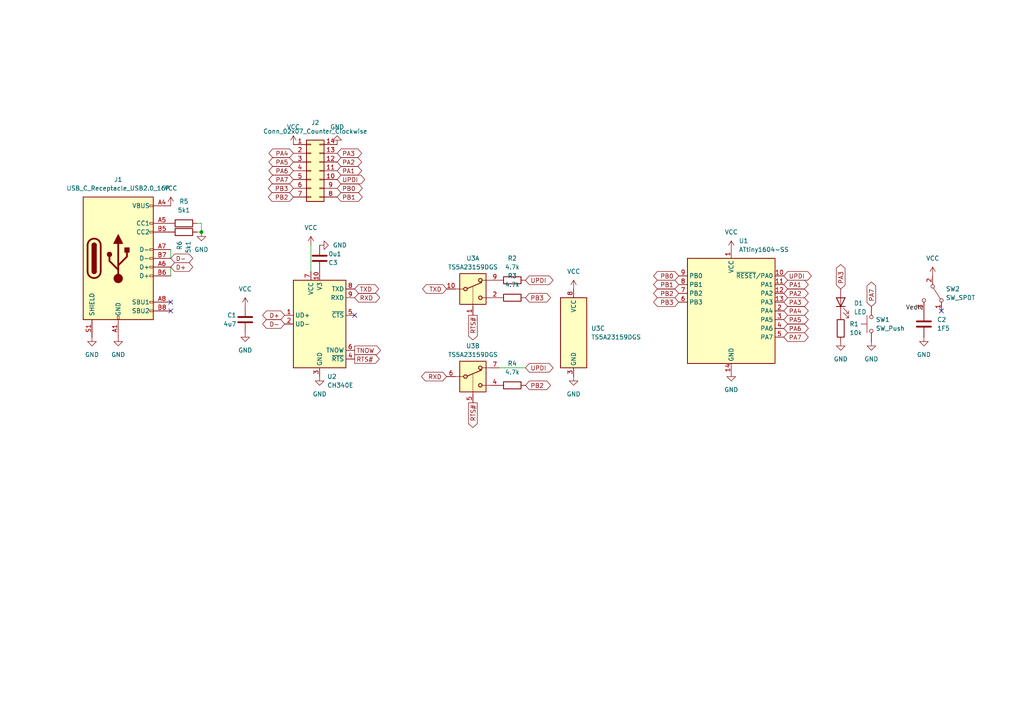
<source format=kicad_sch>
(kicad_sch (version 20231120) (generator "eeschema") (generator_version "8.0")
  (paper "A4")
  (lib_symbols
    (symbol "Analog_Switch:TS5A23159DGS"
      (property "Reference" "U" (at -5.08 8.89 0))
      (property "Value" "TS5A23159DGS" (at -5.08 6.985 0))
      (symbol "TS5A23159DGS_1_1"
        (rectangle (start -3.81 4.445) (end 3.81 -4.445) (stroke (width 0.254)) (fill (type background)))
        (circle (center -2.159 0) (radius 0.508) (stroke (width 0.254)))
        (polyline (pts (xy -5.08 0) (xy -2.794 0)))
        (polyline (pts (xy -1.651 0.127) (xy 2.54 1.905)) (stroke (width 0.254)))
        (polyline (pts (xy 0 -5.08) (xy 0 -4.572)))
        (polyline (pts (xy 0 -4.318) (xy 0 -4.064)))
        (polyline (pts (xy 0 -3.81) (xy 0 -3.556)))
        (polyline (pts (xy 0 -3.302) (xy 0 -3.048)))
        (polyline (pts (xy 0 -2.794) (xy 0 -2.54)))
        (polyline (pts (xy 0 -2.286) (xy 0 -2.032)))
        (polyline (pts (xy 0 -1.778) (xy 0 -1.524)))
        (polyline (pts (xy 0 -1.27) (xy 0 -1.016)))
        (polyline (pts (xy 0 -0.762) (xy 0 -0.508)))
        (polyline (pts (xy 0 -0.254) (xy 0 0)))
        (polyline (pts (xy 0 0.254) (xy 0 0.508)))
        (polyline (pts (xy 5.08 -2.54) (xy 2.794 -2.54)))
        (polyline (pts (xy 5.08 2.54) (xy 2.794 2.54)))
        (circle (center 2.159 -2.54) (radius 0.508) (stroke (width 0.254)))
        (circle (center 2.159 2.54) (radius 0.508) (stroke (width 0.254)))
        (pin input line (at 0 -7.62 90) (length 2.54) (name "~") (number "1"))
        (pin passive line (at -7.62 0 0) (length 2.54) (name "~") (number "10"))
        (pin passive line (at 7.62 -2.54 180) (length 2.54) (name "~") (number "2"))
        (pin passive line (at 7.62 2.54 180) (length 2.54) (name "~") (number "9"))
      )
      (symbol "TS5A23159DGS_2_1"
        (rectangle (start -3.81 4.445) (end 3.81 -4.445) (stroke (width 0.254)) (fill (type background)))
        (circle (center -2.159 0) (radius 0.508) (stroke (width 0.254)))
        (polyline (pts (xy -5.08 0) (xy -2.794 0)))
        (polyline (pts (xy -1.651 0.127) (xy 2.54 1.905)) (stroke (width 0.254)))
        (polyline (pts (xy 0 -5.08) (xy 0 -4.572)))
        (polyline (pts (xy 0 -4.318) (xy 0 -4.064)))
        (polyline (pts (xy 0 -3.81) (xy 0 -3.556)))
        (polyline (pts (xy 0 -3.302) (xy 0 -3.048)))
        (polyline (pts (xy 0 -2.794) (xy 0 -2.54)))
        (polyline (pts (xy 0 -2.286) (xy 0 -2.032)))
        (polyline (pts (xy 0 -1.778) (xy 0 -1.524)))
        (polyline (pts (xy 0 -1.27) (xy 0 -1.016)))
        (polyline (pts (xy 0 -0.762) (xy 0 -0.508)))
        (polyline (pts (xy 0 -0.254) (xy 0 0)))
        (polyline (pts (xy 0 0.254) (xy 0 0.508)))
        (polyline (pts (xy 5.08 -2.54) (xy 2.794 -2.54)))
        (polyline (pts (xy 5.08 2.54) (xy 2.794 2.54)))
        (circle (center 2.159 -2.54) (radius 0.508) (stroke (width 0.254)))
        (circle (center 2.159 2.54) (radius 0.508) (stroke (width 0.254)))
        (pin passive line (at 7.62 -2.54 180) (length 2.54) (name "~") (number "4"))
        (pin input line (at 0 -7.62 90) (length 2.54) (name "~") (number "5"))
        (pin passive line (at -7.62 0 0) (length 2.54) (name "~") (number "6"))
        (pin passive line (at 7.62 2.54 180) (length 2.54) (name "~") (number "7"))
      )
      (symbol "TS5A23159DGS_3_1"
        (rectangle (start -3.81 10.16) (end 3.81 -10.16) (stroke (width 0.254)) (fill (type background)))
        (pin power_in line (at 0 -12.7 90) (length 2.54) (name "GND") (number "3"))
        (pin power_in line (at 0 12.7 270) (length 2.54) (name "VCC") (number "8"))
      )
    )
    (symbol "Connector:USB_C_Receptacle_USB2.0_16P" (pin_names (offset 1.016))
      (property "Reference" "J" (at 0 22.225 0))
      (property "Value" "USB_C_Receptacle_USB2.0_16P" (at 0 19.685 0))
      (symbol "USB_C_Receptacle_USB2.0_16P_0_0"
        (rectangle (start -0.254 -17.78) (end 0.254 -16.764))
        (rectangle (start 10.16 -14.986) (end 9.144 -15.494))
        (rectangle (start 10.16 -12.446) (end 9.144 -12.954))
        (rectangle (start 10.16 -4.826) (end 9.144 -5.334))
        (rectangle (start 10.16 -2.286) (end 9.144 -2.794))
        (rectangle (start 10.16 0.254) (end 9.144 -0.254))
        (rectangle (start 10.16 2.794) (end 9.144 2.286))
        (rectangle (start 10.16 7.874) (end 9.144 7.366))
        (rectangle (start 10.16 10.414) (end 9.144 9.906))
        (rectangle (start 10.16 15.494) (end 9.144 14.986))
      )
      (symbol "USB_C_Receptacle_USB2.0_16P_0_1"
        (rectangle (start -10.16 17.78) (end 10.16 -17.78) (stroke (width 0.254)) (fill (type background)))
        (arc (start -8.89 -3.81) (mid -6.985 -5.7067) (end -5.08 -3.81) (stroke (width 0.508)))
        (arc (start -7.62 -3.81) (mid -6.985 -4.4423) (end -6.35 -3.81) (stroke (width 0.254)))
        (arc (start -7.62 -3.81) (mid -6.985 -4.4423) (end -6.35 -3.81) (stroke (width 0.254)) (fill (type outline)))
        (rectangle (start -7.62 -3.81) (end -6.35 3.81) (stroke (width 0.254)) (fill (type outline)))
        (arc (start -6.35 3.81) (mid -6.985 4.4423) (end -7.62 3.81) (stroke (width 0.254)))
        (arc (start -6.35 3.81) (mid -6.985 4.4423) (end -7.62 3.81) (stroke (width 0.254)) (fill (type outline)))
        (arc (start -5.08 3.81) (mid -6.985 5.7067) (end -8.89 3.81) (stroke (width 0.508)))
        (circle (center -2.54 1.143) (radius 0.635) (stroke (width 0.254)) (fill (type outline)))
        (circle (center 0 -5.842) (radius 1.27) (fill (type outline)))
        (polyline (pts (xy -8.89 -3.81) (xy -8.89 3.81)) (stroke (width 0.508)))
        (polyline (pts (xy -5.08 3.81) (xy -5.08 -3.81)) (stroke (width 0.508)))
        (polyline (pts (xy 0 -5.842) (xy 0 4.318)) (stroke (width 0.508)))
        (polyline (pts (xy 0 -3.302) (xy -2.54 -0.762) (xy -2.54 0.508)) (stroke (width 0.508)))
        (polyline (pts (xy 0 -2.032) (xy 2.54 0.508) (xy 2.54 1.778)) (stroke (width 0.508)))
        (polyline (pts (xy -1.27 4.318) (xy 0 6.858) (xy 1.27 4.318) (xy -1.27 4.318)) (stroke (width 0.254)) (fill (type outline)))
        (rectangle (start 1.905 1.778) (end 3.175 3.048) (stroke (width 0.254)) (fill (type outline)))
      )
      (symbol "USB_C_Receptacle_USB2.0_16P_1_1"
        (pin passive line (at 0 -22.86 90) (length 5.08) (name "GND") (number "A1"))
        (pin passive line (at 0 -22.86 90) (length 5.08) hide (name "GND") (number "A12"))
        (pin passive line (at 15.24 15.24 180) (length 5.08) (name "VBUS") (number "A4"))
        (pin bidirectional line (at 15.24 10.16 180) (length 5.08) (name "CC1") (number "A5"))
        (pin bidirectional line (at 15.24 -2.54 180) (length 5.08) (name "D+") (number "A6"))
        (pin bidirectional line (at 15.24 2.54 180) (length 5.08) (name "D-") (number "A7"))
        (pin bidirectional line (at 15.24 -12.7 180) (length 5.08) (name "SBU1") (number "A8"))
        (pin passive line (at 15.24 15.24 180) (length 5.08) hide (name "VBUS") (number "A9"))
        (pin passive line (at 0 -22.86 90) (length 5.08) hide (name "GND") (number "B1"))
        (pin passive line (at 0 -22.86 90) (length 5.08) hide (name "GND") (number "B12"))
        (pin passive line (at 15.24 15.24 180) (length 5.08) hide (name "VBUS") (number "B4"))
        (pin bidirectional line (at 15.24 7.62 180) (length 5.08) (name "CC2") (number "B5"))
        (pin bidirectional line (at 15.24 -5.08 180) (length 5.08) (name "D+") (number "B6"))
        (pin bidirectional line (at 15.24 0 180) (length 5.08) (name "D-") (number "B7"))
        (pin bidirectional line (at 15.24 -15.24 180) (length 5.08) (name "SBU2") (number "B8"))
        (pin passive line (at 15.24 15.24 180) (length 5.08) hide (name "VBUS") (number "B9"))
        (pin passive line (at -7.62 -22.86 90) (length 5.08) (name "SHIELD") (number "S1"))
      )
    )
    (symbol "Connector_Generic:Conn_02x07_Counter_Clockwise" (pin_names (offset 1.016) hide)
      (property "Reference" "J" (at 1.27 10.16 0))
      (property "Value" "Conn_02x07_Counter_Clockwise" (at 1.27 -10.16 0))
      (symbol "Conn_02x07_Counter_Clockwise_1_1"
        (rectangle (start -1.27 -7.493) (end 0 -7.747) (stroke (width 0.1524)))
        (rectangle (start -1.27 -4.953) (end 0 -5.207) (stroke (width 0.1524)))
        (rectangle (start -1.27 -2.413) (end 0 -2.667) (stroke (width 0.1524)))
        (rectangle (start -1.27 0.127) (end 0 -0.127) (stroke (width 0.1524)))
        (rectangle (start -1.27 2.667) (end 0 2.413) (stroke (width 0.1524)))
        (rectangle (start -1.27 5.207) (end 0 4.953) (stroke (width 0.1524)))
        (rectangle (start -1.27 7.747) (end 0 7.493) (stroke (width 0.1524)))
        (rectangle (start -1.27 8.89) (end 3.81 -8.89) (stroke (width 0.254)) (fill (type background)))
        (rectangle (start 3.81 -7.493) (end 2.54 -7.747) (stroke (width 0.1524)))
        (rectangle (start 3.81 -4.953) (end 2.54 -5.207) (stroke (width 0.1524)))
        (rectangle (start 3.81 -2.413) (end 2.54 -2.667) (stroke (width 0.1524)))
        (rectangle (start 3.81 0.127) (end 2.54 -0.127) (stroke (width 0.1524)))
        (rectangle (start 3.81 2.667) (end 2.54 2.413) (stroke (width 0.1524)))
        (rectangle (start 3.81 5.207) (end 2.54 4.953) (stroke (width 0.1524)))
        (rectangle (start 3.81 7.747) (end 2.54 7.493) (stroke (width 0.1524)))
        (pin passive line (at -5.08 7.62 0) (length 3.81) (name "Pin_1") (number "1"))
        (pin passive line (at 7.62 -2.54 180) (length 3.81) (name "Pin_10") (number "10"))
        (pin passive line (at 7.62 0 180) (length 3.81) (name "Pin_11") (number "11"))
        (pin passive line (at 7.62 2.54 180) (length 3.81) (name "Pin_12") (number "12"))
        (pin passive line (at 7.62 5.08 180) (length 3.81) (name "Pin_13") (number "13"))
        (pin passive line (at 7.62 7.62 180) (length 3.81) (name "Pin_14") (number "14"))
        (pin passive line (at -5.08 5.08 0) (length 3.81) (name "Pin_2") (number "2"))
        (pin passive line (at -5.08 2.54 0) (length 3.81) (name "Pin_3") (number "3"))
        (pin passive line (at -5.08 0 0) (length 3.81) (name "Pin_4") (number "4"))
        (pin passive line (at -5.08 -2.54 0) (length 3.81) (name "Pin_5") (number "5"))
        (pin passive line (at -5.08 -5.08 0) (length 3.81) (name "Pin_6") (number "6"))
        (pin passive line (at -5.08 -7.62 0) (length 3.81) (name "Pin_7") (number "7"))
        (pin passive line (at 7.62 -7.62 180) (length 3.81) (name "Pin_8") (number "8"))
        (pin passive line (at 7.62 -5.08 180) (length 3.81) (name "Pin_9") (number "9"))
      )
    )
    (symbol "Device:C" (pin_numbers hide) (pin_names (offset 0.254))
      (property "Reference" "C" (at 0.635 2.54 0))
      (property "Value" "C" (at 0.635 -2.54 0))
      (symbol "C_0_1"
        (polyline (pts (xy -2.032 -0.762) (xy 2.032 -0.762)) (stroke (width 0.508)))
        (polyline (pts (xy -2.032 0.762) (xy 2.032 0.762)) (stroke (width 0.508)))
      )
      (symbol "C_1_1"
        (pin passive line (at 0 3.81 270) (length 2.794) (name "~") (number "1"))
        (pin passive line (at 0 -3.81 90) (length 2.794) (name "~") (number "2"))
      )
    )
    (symbol "Device:LED" (pin_numbers hide) (pin_names (offset 1.016) hide)
      (property "Reference" "D" (at 0 2.54 0))
      (property "Value" "LED" (at 0 -2.54 0))
      (symbol "LED_0_1"
        (polyline (pts (xy -1.27 -1.27) (xy -1.27 1.27)) (stroke (width 0.254)))
        (polyline (pts (xy -1.27 0) (xy 1.27 0)))
        (polyline (pts (xy 1.27 -1.27) (xy 1.27 1.27) (xy -1.27 0) (xy 1.27 -1.27)) (stroke (width 0.254)))
        (polyline (pts (xy -3.048 -0.762) (xy -4.572 -2.286) (xy -3.81 -2.286) (xy -4.572 -2.286) (xy -4.572 -1.524)))
        (polyline (pts (xy -1.778 -0.762) (xy -3.302 -2.286) (xy -2.54 -2.286) (xy -3.302 -2.286) (xy -3.302 -1.524)))
      )
      (symbol "LED_1_1"
        (pin passive line (at -3.81 0 0) (length 2.54) (name "K") (number "1"))
        (pin passive line (at 3.81 0 180) (length 2.54) (name "A") (number "2"))
      )
    )
    (symbol "Device:R" (pin_numbers hide) (pin_names (offset 0))
      (property "Reference" "R" (at 2.032 0 90))
      (property "Value" "R" (at 0 0 90))
      (symbol "R_0_1"
        (rectangle (start -1.016 -2.54) (end 1.016 2.54) (stroke (width 0.254)))
      )
      (symbol "R_1_1"
        (pin passive line (at 0 3.81 270) (length 1.27) (name "~") (number "1"))
        (pin passive line (at 0 -3.81 90) (length 1.27) (name "~") (number "2"))
      )
    )
    (symbol "GND_1" (power) (pin_numbers hide) (pin_names (offset 0) hide)
      (property "Value" "GND" (at 0 -3.81 0))
      (symbol "GND_1_0_1"
        (polyline (pts (xy 0 0) (xy 0 -1.27) (xy 1.27 -1.27) (xy 0 -2.54) (xy -1.27 -1.27) (xy 0 -1.27)))
      )
      (symbol "GND_1_1_1"
        (pin power_in line (at 0 0 270) (length 0) (name "~") (number "1"))
      )
    )
    (symbol "Interface_USB:CH340E"
      (property "Reference" "U" (at -5.08 13.97 0))
      (property "Value" "CH340E" (at 1.27 13.97 0))
      (symbol "CH340E_0_1"
        (rectangle (start -7.62 12.7) (end 7.62 -12.7) (stroke (width 0.254)) (fill (type background)))
      )
      (symbol "CH340E_1_1"
        (pin bidirectional line (at -10.16 2.54 0) (length 2.54) (name "UD+") (number "1"))
        (pin power_out line (at 0 15.24 270) (length 2.54) (name "V3") (number "10"))
        (pin bidirectional line (at -10.16 0 0) (length 2.54) (name "UD-") (number "2"))
        (pin power_in line (at 0 -15.24 90) (length 2.54) (name "GND") (number "3"))
        (pin output line (at 10.16 -10.16 180) (length 2.54) (name "~{RTS}") (number "4"))
        (pin input line (at 10.16 2.54 180) (length 2.54) (name "~{CTS}") (number "5"))
        (pin output line (at 10.16 -7.62 180) (length 2.54) (name "TNOW") (number "6"))
        (pin power_in line (at -2.54 15.24 270) (length 2.54) (name "VCC") (number "7"))
        (pin output line (at 10.16 10.16 180) (length 2.54) (name "TXD") (number "8"))
        (pin input line (at 10.16 7.62 180) (length 2.54) (name "RXD") (number "9"))
      )
    )
    (symbol "MCU_Microchip_ATtiny:ATtiny1604-SS"
      (property "Reference" "U" (at -12.7 16.51 0))
      (property "Value" "ATtiny1604-SS" (at 2.54 -16.51 0))
      (symbol "ATtiny1604-SS_0_1"
        (rectangle (start -12.7 -15.24) (end 12.7 15.24) (stroke (width 0.254)) (fill (type background)))
      )
      (symbol "ATtiny1604-SS_1_1"
        (pin power_in line (at 0 17.78 270) (length 2.54) (name "VCC") (number "1"))
        (pin bidirectional line (at 15.24 10.16 180) (length 2.54) (name "~{RESET}/PA0") (number "10"))
        (pin bidirectional line (at 15.24 7.62 180) (length 2.54) (name "PA1") (number "11"))
        (pin bidirectional line (at 15.24 5.08 180) (length 2.54) (name "PA2") (number "12"))
        (pin bidirectional line (at 15.24 2.54 180) (length 2.54) (name "PA3") (number "13"))
        (pin power_in line (at 0 -17.78 90) (length 2.54) (name "GND") (number "14"))
        (pin bidirectional line (at 15.24 0 180) (length 2.54) (name "PA4") (number "2"))
        (pin bidirectional line (at 15.24 -2.54 180) (length 2.54) (name "PA5") (number "3"))
        (pin bidirectional line (at 15.24 -5.08 180) (length 2.54) (name "PA6") (number "4"))
        (pin bidirectional line (at 15.24 -7.62 180) (length 2.54) (name "PA7") (number "5"))
        (pin bidirectional line (at -15.24 2.54 0) (length 2.54) (name "PB3") (number "6"))
        (pin bidirectional line (at -15.24 5.08 0) (length 2.54) (name "PB2") (number "7"))
        (pin bidirectional line (at -15.24 7.62 0) (length 2.54) (name "PB1") (number "8"))
        (pin bidirectional line (at -15.24 10.16 0) (length 2.54) (name "PB0") (number "9"))
      )
    )
    (symbol "Switch:SW_Push" (pin_numbers hide) (pin_names (offset 1.016) hide)
      (property "Reference" "SW" (at 1.27 2.54 0))
      (property "Value" "SW_Push" (at 0 -1.524 0))
      (symbol "SW_Push_0_1"
        (circle (center -2.032 0) (radius 0.508))
        (polyline (pts (xy 0 1.27) (xy 0 3.048)))
        (polyline (pts (xy 2.54 1.27) (xy -2.54 1.27)))
        (circle (center 2.032 0) (radius 0.508))
        (pin passive line (at -5.08 0 0) (length 2.54) (name "1") (number "1"))
        (pin passive line (at 5.08 0 180) (length 2.54) (name "2") (number "2"))
      )
    )
    (symbol "Switch:SW_SPDT" (pin_names (offset 0) hide)
      (property "Reference" "SW" (at 0 4.318 0))
      (property "Value" "SW_SPDT" (at 0 -5.08 0))
      (symbol "SW_SPDT_0_0"
        (circle (center -2.032 0) (radius 0.508))
        (circle (center 2.032 -2.54) (radius 0.508))
      )
      (symbol "SW_SPDT_0_1"
        (polyline (pts (xy -1.524 0.254) (xy 1.651 2.286)))
        (circle (center 2.032 2.54) (radius 0.508))
      )
      (symbol "SW_SPDT_1_1"
        (pin passive line (at 5.08 2.54 180) (length 2.54) (name "A") (number "1"))
        (pin passive line (at -5.08 0 0) (length 2.54) (name "B") (number "2"))
        (pin passive line (at 5.08 -2.54 180) (length 2.54) (name "C") (number "3"))
      )
    )
    (symbol "VCC_1" (power) (pin_numbers hide) (pin_names (offset 0) hide)
      (property "Value" "VCC" (at 0 3.556 0))
      (symbol "VCC_1_0_1"
        (polyline (pts (xy -0.762 1.27) (xy 0 2.54)))
        (polyline (pts (xy 0 0) (xy 0 2.54)))
        (polyline (pts (xy 0 2.54) (xy 0.762 1.27)))
      )
      (symbol "VCC_1_1_1"
        (pin power_in line (at 0 0 90) (length 0) (name "~") (number "1"))
      )
    )
    (symbol "power:GND" (power) (pin_names (offset 0))
      (property "Value" "GND" (at 0 -3.81 0))
      (symbol "GND_0_1"
        (polyline (pts (xy 0 0) (xy 0 -1.27) (xy 1.27 -1.27) (xy 0 -2.54) (xy -1.27 -1.27) (xy 0 -1.27)))
      )
      (symbol "GND_1_1"
        (pin power_in line (at 0 0 270) (length 0) hide (name "GND") (number "1"))
      )
    )
    (symbol "power:VCC" (power) (pin_names (offset 0))
      (property "Value" "VCC" (at 0 3.81 0))
      (symbol "VCC_0_1"
        (polyline (pts (xy -0.762 1.27) (xy 0 2.54)))
        (polyline (pts (xy 0 0) (xy 0 2.54)))
        (polyline (pts (xy 0 2.54) (xy 0.762 1.27)))
      )
      (symbol "VCC_1_1"
        (pin power_in line (at 0 0 90) (length 0) hide (name "VCC") (number "1"))
      )
    )
  )
  (junction (at 58.42 67.31))
  (no_connect (at 49.53 87.63))
  (no_connect (at 273.05 90.17))
  (no_connect (at 102.87 91.44))
  (no_connect (at 49.53 90.17))
  (wire (pts (xy 49.53 72.39) (xy 49.53 74.93)))
  (wire (pts (xy 57.15 64.77) (xy 58.42 64.77)))
  (wire (pts (xy 90.17 78.74) (xy 90.17 71.12)))
  (wire (pts (xy 152.4 106.68) (xy 144.78 106.68)))
  (wire (pts (xy 49.53 77.47) (xy 49.53 80.01)))
  (wire (pts (xy 58.42 64.77) (xy 58.42 67.31)))
  (wire (pts (xy 58.42 67.31) (xy 57.15 67.31)))
  (label "Vedlc" (at 267.97 90.17 180))
  (global_label "PB2" (shape bidirectional) (at 152.4 111.76 0) (property "Intersheetrefs" "${INTERSHEET_REFS}" (effects (hide yes))))
  (global_label "UPDI" (shape bidirectional) (at 97.79 52.07 0) (property "Intersheetrefs" "${INTERSHEET_REFS}" (effects (hide yes))))
  (global_label "RTS#" (shape output) (at 137.16 116.84 270) (property "Intersheetrefs" "${INTERSHEET_REFS}" (effects (hide yes))))
  (global_label "PA3" (shape bidirectional) (at 227.33 87.63 0) (property "Intersheetrefs" "${INTERSHEET_REFS}" (effects (hide yes))))
  (global_label "PB0" (shape bidirectional) (at 196.85 80.01 180) (property "Intersheetrefs" "${INTERSHEET_REFS}" (effects (hide yes))))
  (global_label "TXD" (shape bidirectional) (at 129.54 83.82 180) (property "Intersheetrefs" "${INTERSHEET_REFS}" (effects (hide yes))))
  (global_label "PB1" (shape bidirectional) (at 196.85 82.55 180) (property "Intersheetrefs" "${INTERSHEET_REFS}" (effects (hide yes))))
  (global_label "PB3" (shape bidirectional) (at 85.09 54.61 180) (property "Intersheetrefs" "${INTERSHEET_REFS}" (effects (hide yes))))
  (global_label "PB3" (shape bidirectional) (at 152.4 86.36 0) (property "Intersheetrefs" "${INTERSHEET_REFS}" (effects (hide yes))))
  (global_label "RXD" (shape bidirectional) (at 129.54 109.22 180) (property "Intersheetrefs" "${INTERSHEET_REFS}" (effects (hide yes))))
  (global_label "RTS#" (shape output) (at 102.87 104.14 0) (property "Intersheetrefs" "${INTERSHEET_REFS}" (effects (hide yes))))
  (global_label "D+" (shape bidirectional) (at 49.53 77.47 0) (property "Intersheetrefs" "${INTERSHEET_REFS}" (effects (hide yes))))
  (global_label "D-" (shape bidirectional) (at 49.53 74.93 0) (property "Intersheetrefs" "${INTERSHEET_REFS}" (effects (hide yes))))
  (global_label "PB1" (shape bidirectional) (at 97.79 57.15 0) (property "Intersheetrefs" "${INTERSHEET_REFS}" (effects (hide yes))))
  (global_label "PA5" (shape bidirectional) (at 85.09 46.99 180) (property "Intersheetrefs" "${INTERSHEET_REFS}" (effects (hide yes))))
  (global_label "UPDI" (shape bidirectional) (at 227.33 80.01 0) (property "Intersheetrefs" "${INTERSHEET_REFS}" (effects (hide yes))))
  (global_label "PA1" (shape bidirectional) (at 97.79 49.53 0) (property "Intersheetrefs" "${INTERSHEET_REFS}" (effects (hide yes))))
  (global_label "PA7" (shape bidirectional) (at 252.73 88.9 90) (property "Intersheetrefs" "${INTERSHEET_REFS}" (effects (hide yes))))
  (global_label "PB3" (shape bidirectional) (at 196.85 87.63 180) (property "Intersheetrefs" "${INTERSHEET_REFS}" (effects (hide yes))))
  (global_label "PA7" (shape bidirectional) (at 85.09 52.07 180) (property "Intersheetrefs" "${INTERSHEET_REFS}" (effects (hide yes))))
  (global_label "PB2" (shape bidirectional) (at 196.85 85.09 180) (property "Intersheetrefs" "${INTERSHEET_REFS}" (effects (hide yes))))
  (global_label "PA6" (shape bidirectional) (at 85.09 49.53 180) (property "Intersheetrefs" "${INTERSHEET_REFS}" (effects (hide yes))))
  (global_label "D-" (shape bidirectional) (at 82.55 93.98 180) (property "Intersheetrefs" "${INTERSHEET_REFS}" (effects (hide yes))))
  (global_label "PA3" (shape bidirectional) (at 243.84 83.82 90) (property "Intersheetrefs" "${INTERSHEET_REFS}" (effects (hide yes))))
  (global_label "PA3" (shape bidirectional) (at 97.79 44.45 0) (property "Intersheetrefs" "${INTERSHEET_REFS}" (effects (hide yes))))
  (global_label "PA2" (shape bidirectional) (at 227.33 85.09 0) (property "Intersheetrefs" "${INTERSHEET_REFS}" (effects (hide yes))))
  (global_label "PA4" (shape bidirectional) (at 227.33 90.17 0) (property "Intersheetrefs" "${INTERSHEET_REFS}" (effects (hide yes))))
  (global_label "PA1" (shape bidirectional) (at 227.33 82.55 0) (property "Intersheetrefs" "${INTERSHEET_REFS}" (effects (hide yes))))
  (global_label "UPDI" (shape bidirectional) (at 152.4 81.28 0) (property "Intersheetrefs" "${INTERSHEET_REFS}" (effects (hide yes))))
  (global_label "PA2" (shape bidirectional) (at 97.79 46.99 0) (property "Intersheetrefs" "${INTERSHEET_REFS}" (effects (hide yes))))
  (global_label "PA7" (shape bidirectional) (at 227.33 97.79 0) (property "Intersheetrefs" "${INTERSHEET_REFS}" (effects (hide yes))))
  (global_label "RTS#" (shape output) (at 137.16 91.44 270) (property "Intersheetrefs" "${INTERSHEET_REFS}" (effects (hide yes))))
  (global_label "TNOW" (shape output) (at 102.87 101.6 0) (property "Intersheetrefs" "${INTERSHEET_REFS}" (effects (hide yes))))
  (global_label "PB0" (shape bidirectional) (at 97.79 54.61 0) (property "Intersheetrefs" "${INTERSHEET_REFS}" (effects (hide yes))))
  (global_label "D+" (shape bidirectional) (at 82.55 91.44 180) (property "Intersheetrefs" "${INTERSHEET_REFS}" (effects (hide yes))))
  (global_label "PA6" (shape bidirectional) (at 227.33 95.25 0) (property "Intersheetrefs" "${INTERSHEET_REFS}" (effects (hide yes))))
  (global_label "TXD" (shape bidirectional) (at 102.87 83.82 0) (property "Intersheetrefs" "${INTERSHEET_REFS}" (effects (hide yes))))
  (global_label "UPDI" (shape bidirectional) (at 152.4 106.68 0) (property "Intersheetrefs" "${INTERSHEET_REFS}" (effects (hide yes))))
  (global_label "PB2" (shape bidirectional) (at 85.09 57.15 180) (property "Intersheetrefs" "${INTERSHEET_REFS}" (effects (hide yes))))
  (global_label "PA4" (shape bidirectional) (at 85.09 44.45 180) (property "Intersheetrefs" "${INTERSHEET_REFS}" (effects (hide yes))))
  (global_label "PA5" (shape bidirectional) (at 227.33 92.71 0) (property "Intersheetrefs" "${INTERSHEET_REFS}" (effects (hide yes))))
  (global_label "RXD" (shape bidirectional) (at 102.87 86.36 0) (property "Intersheetrefs" "${INTERSHEET_REFS}" (effects (hide yes))))
  (symbol (lib_name "VCC_1") (lib_id "power:VCC") (at 270.51 80.01 0) (unit 1)
    (property "Reference" "#PWR016" (effects (hide yes)))
    (property "Value" "VCC" (at 270.51 74.93 0))
    (property "Description" "Power symbol creates a global label with name \"VCC\"" (effects (hide yes)))
  )
  (symbol (lib_name "GND_1") (lib_id "power:GND") (at 267.97 97.79 0) (unit 1)
    (property "Reference" "#PWR017" (effects (hide yes)))
    (property "Value" "GND" (at 267.97 102.87 0))
    (property "Description" "Power symbol creates a global label with name \"GND\" , ground" (effects (hide yes)))
  )
  (symbol (lib_id "Device:C") (at 71.12 92.71 0) (unit 1)
    (property "Reference" "C1" (at 68.58 91.44 0) (effects (justify right)))
    (property "Value" "4u7" (at 68.58 93.98 0) (effects (justify right)))
    (property "Footprint" "Capacitor_SMD:C_0603_1608Metric" (effects (hide yes)))
  )
  (symbol (lib_id "power:GND") (at 26.67 97.79 0) (unit 1)
    (property "Reference" "#PWR020" (effects (hide yes)))
    (property "Value" "GND" (at 26.67 102.87 0))
  )
  (symbol (lib_id "power:GND") (at 166.37 109.22 0) (unit 1)
    (property "Reference" "#PWR015" (effects (hide yes)))
    (property "Value" "GND" (at 166.37 114.3 0))
  )
  (symbol (lib_id "Device:R") (at 148.59 111.76 90) (unit 1)
    (property "Reference" "R4" (at 148.59 105.41 90))
    (property "Value" "4.7k" (at 148.59 107.95 90))
    (property "Footprint" "Resistor_SMD:R_0603_1608Metric" (effects (hide yes)))
    (property "Description" "Resistor" (effects (hide yes)))
  )
  (symbol (lib_id "Connector:USB_C_Receptacle_USB2.0_16P") (at 34.29 74.93 0) (unit 1)
    (property "Reference" "J1" (at 34.29 52.07 0))
    (property "Value" "USB_C_Receptacle_USB2.0_16P" (at 34.29 54.61 0))
    (property "Footprint" "Connector_USB:USB_C_Receptacle_GCT_USB4105-xx-A_16P_TopMnt_Horizontal" (effects (hide yes)))
    (property "Datasheet" "https://www.usb.org/sites/default/files/documents/usb_type-c.zip" (effects (hide yes)))
    (property "Description" "USB 2.0-only 16P Type-C Receptacle connector" (effects (hide yes)))
  )
  (symbol (lib_id "Analog_Switch:TS5A23159DGS") (at 166.37 96.52 0) (unit 3)
    (property "Reference" "U3" (at 171.45 95.2499 0) (effects (justify left)))
    (property "Value" "TS5A23159DGS" (at 171.45 97.7899 0) (effects (justify left)))
    (property "Footprint" "Package_SO:VSSOP-10_3x3mm_P0.5mm" (effects (hide yes)))
    (property "Datasheet" "http://www.ti.com/lit/ds/symlink/ts5a23159.pdf" (effects (hide yes)))
    (property "Description" "Dual SPDT 1ohm Bidirectional Analog Switch with Off protection, VSSOP-10" (effects (hide yes)))
  )
  (symbol (lib_id "Device:R") (at 148.59 81.28 90) (unit 1)
    (property "Reference" "R2" (at 148.59 74.93 90))
    (property "Value" "4.7k" (at 148.59 77.47 90))
    (property "Footprint" "Resistor_SMD:R_0603_1608Metric" (effects (hide yes)))
    (property "Description" "Resistor" (effects (hide yes)))
  )
  (symbol (lib_id "MCU_Microchip_ATtiny:ATtiny1604-SS") (at 212.09 90.17 0) (unit 1)
    (property "Reference" "U1" (at 214.2841 69.85 0) (effects (justify left)))
    (property "Value" "ATtiny1604-SS" (at 214.2841 72.39 0) (effects (justify left)))
    (property "Footprint" "Package_SO:SOIC-14_3.9x8.7mm_P1.27mm" (effects (hide yes)))
    (property "Datasheet" "http://ww1.microchip.com/downloads/en/DeviceDoc/ATtiny804_1604-Data-Sheet-40002028A.pdf" (effects (hide yes)))
    (property "Description" "20MHz, 16kB Flash, 1kB SRAM, 256B EEPROM, SOIC-14" (effects (hide yes)))
  )
  (symbol (lib_id "Device:R") (at 243.84 95.25 0) (unit 1)
    (property "Reference" "R1" (at 246.38 93.98 0) (effects (justify left)))
    (property "Value" "10k" (at 246.38 96.52 0) (effects (justify left)))
    (property "Footprint" "Resistor_SMD:R_0603_1608Metric" (effects (hide yes)))
  )
  (symbol (lib_id "power:VCC") (at 90.17 71.12 0) (unit 1)
    (property "Reference" "#PWR09" (effects (hide yes)))
    (property "Value" "VCC" (at 90.17 66.04 0))
  )
  (symbol (lib_id "power:VCC") (at 49.53 59.69 0) (unit 1)
    (property "Reference" "#PWR05" (effects (hide yes)))
    (property "Value" "VCC" (at 49.53 54.61 0))
  )
  (symbol (lib_name "GND_1") (lib_id "power:GND") (at 243.84 99.06 0) (unit 1)
    (property "Reference" "#PWR018" (effects (hide yes)))
    (property "Value" "GND" (at 243.84 104.14 0))
    (property "Description" "Power symbol creates a global label with name \"GND\" , ground" (effects (hide yes)))
  )
  (symbol (lib_id "Device:LED") (at 243.84 87.63 90) (unit 1)
    (property "Reference" "D1" (at 247.65 87.9475 90) (effects (justify right)))
    (property "Value" "LED" (at 247.65 90.4875 90) (effects (justify right)))
    (property "Footprint" "LED_SMD:LED_0603_1608Metric" (effects (hide yes)))
  )
  (symbol (lib_id "Switch:SW_SPDT") (at 270.51 85.09 270) (unit 1)
    (property "Reference" "SW2" (at 274.32 83.8199 90) (effects (justify left)))
    (property "Value" "SW_SPDT" (at 274.32 86.3599 90) (effects (justify left)))
    (property "Footprint" "Library:sw" (effects (hide yes)))
  )
  (symbol (lib_name "GND_1") (lib_id "power:GND") (at 252.73 99.06 0) (unit 1)
    (property "Reference" "#PWR019" (effects (hide yes)))
    (property "Value" "GND" (at 252.73 104.14 0))
    (property "Description" "Power symbol creates a global label with name \"GND\" , ground" (effects (hide yes)))
  )
  (symbol (lib_id "power:VCC") (at 71.12 88.9 0) (unit 1)
    (property "Reference" "#PWR03" (effects (hide yes)))
    (property "Value" "VCC" (at 71.12 83.82 0))
  )
  (symbol (lib_id "power:GND") (at 58.42 67.31 0) (unit 1)
    (property "Reference" "#PWR07" (effects (hide yes)))
    (property "Value" "GND" (at 58.42 72.39 0))
  )
  (symbol (lib_id "power:GND") (at 71.12 96.52 0) (unit 1)
    (property "Reference" "#PWR01" (effects (hide yes)))
    (property "Value" "GND" (at 71.12 101.6 0))
  )
  (symbol (lib_id "Device:C") (at 92.71 74.93 180) (unit 1)
    (property "Reference" "C3" (at 95.25 76.2 0) (effects (justify right)))
    (property "Value" "0u1" (at 95.25 73.66 0) (effects (justify right)))
    (property "Footprint" "Capacitor_SMD:C_0603_1608Metric" (effects (hide yes)))
  )
  (symbol (lib_id "Device:R") (at 148.59 86.36 90) (unit 1)
    (property "Reference" "R3" (at 148.59 80.01 90))
    (property "Value" "4.7k" (at 148.59 82.55 90))
    (property "Footprint" "Resistor_SMD:R_0603_1608Metric" (effects (hide yes)))
    (property "Description" "Resistor" (effects (hide yes)))
  )
  (symbol (lib_id "power:GND") (at 92.71 109.22 0) (unit 1)
    (property "Reference" "#PWR010" (effects (hide yes)))
    (property "Value" "GND" (at 92.71 114.3 0))
  )
  (symbol (lib_id "Interface_USB:CH340E") (at 92.71 93.98 0) (unit 1)
    (property "Reference" "U2" (at 94.9041 109.22 0) (effects (justify left)))
    (property "Value" "CH340E" (at 94.9041 111.76 0) (effects (justify left)))
    (property "Footprint" "Package_SO:MSOP-10_3x3mm_P0.5mm" (effects (hide yes)))
    (property "Datasheet" "https://www.mpja.com/download/35227cpdata.pdf" (effects (hide yes)))
    (property "Description" "USB serial converter, UART, MSOP-10" (effects (hide yes)))
  )
  (symbol (lib_id "Device:C") (at 267.97 93.98 0) (unit 1)
    (property "Reference" "C2" (at 271.78 92.71 0) (effects (justify left)))
    (property "Value" "1F5" (at 271.78 95.25 0) (effects (justify left)))
    (property "Footprint" "Library:edlc" (effects (hide yes)))
  )
  (symbol (lib_id "power:VCC") (at 166.37 83.82 0) (unit 1)
    (property "Reference" "#PWR014" (effects (hide yes)))
    (property "Value" "VCC" (at 166.37 78.74 0))
  )
  (symbol (lib_id "Device:R") (at 53.34 67.31 90) (unit 1)
    (property "Reference" "R6" (at 52.07 69.85 0) (effects (justify right)))
    (property "Value" "5k1" (at 54.61 69.85 0) (effects (justify right)))
    (property "Footprint" "Resistor_SMD:R_0603_1608Metric" (effects (hide yes)))
  )
  (symbol (lib_id "Switch:SW_Push") (at 252.73 93.98 90) (unit 1)
    (property "Reference" "SW1" (at 254 92.71 90) (effects (justify right)))
    (property "Value" "SW_Push" (at 254 95.25 90) (effects (justify right)))
    (property "Footprint" "Library:alps-skrp" (effects (hide yes)))
  )
  (symbol (lib_id "power:GND") (at 212.09 107.95 0) (unit 1)
    (property "Reference" "#PWR012" (effects (hide yes)))
    (property "Value" "GND" (at 212.09 113.03 0))
  )
  (symbol (lib_id "power:GND") (at 97.79 41.91 180) (unit 1)
    (property "Reference" "#PWR04" (effects (hide yes)))
    (property "Value" "GND" (at 97.79 36.83 0))
  )
  (symbol (lib_id "power:GND") (at 92.71 71.12 90) (unit 1)
    (property "Reference" "#PWR08" (effects (hide yes)))
    (property "Value" "GND" (at 96.52 71.1199 90) (effects (justify right)))
  )
  (symbol (lib_id "Connector_Generic:Conn_02x07_Counter_Clockwise") (at 90.17 49.53 0) (unit 1)
    (property "Reference" "J2" (at 91.44 35.56 0))
    (property "Value" "Conn_02x07_Counter_Clockwise" (at 91.44 38.1 0))
    (property "Footprint" "Package_DIP:DIP-14_W10.16mm" (effects (hide yes)))
    (property "Description" "Generic connector, double row, 02x07, counter clockwise pin numbering scheme (similar to DIP package numbering), script generated (kicad-library-utils/schlib/autogen/connector/)" (effects (hide yes)))
  )
  (symbol (lib_id "Device:R") (at 53.34 64.77 270) (unit 1)
    (property "Reference" "R5" (at 53.34 58.42 90))
    (property "Value" "5k1" (at 53.34 60.96 90))
    (property "Footprint" "Resistor_SMD:R_0603_1608Metric" (effects (hide yes)))
  )
  (symbol (lib_id "power:GND") (at 34.29 97.79 0) (unit 1)
    (property "Reference" "#PWR06" (effects (hide yes)))
    (property "Value" "GND" (at 34.29 102.87 0))
  )
  (symbol (lib_id "power:VCC") (at 212.09 72.39 0) (unit 1)
    (property "Reference" "#PWR013" (effects (hide yes)))
    (property "Value" "VCC" (at 212.09 67.31 0))
  )
  (symbol (lib_id "power:VCC") (at 85.09 41.91 0) (unit 1)
    (property "Reference" "#PWR02" (effects (hide yes)))
    (property "Value" "VCC" (at 85.09 36.83 0))
  )
  (symbol (lib_id "Analog_Switch:TS5A23159DGS") (at 137.16 109.22 0) (unit 2)
    (property "Reference" "U3" (at 137.16 100.33 0))
    (property "Value" "TS5A23159DGS" (at 137.16 102.87 0))
    (property "Footprint" "Package_SO:VSSOP-10_3x3mm_P0.5mm" (effects (hide yes)))
    (property "Datasheet" "http://www.ti.com/lit/ds/symlink/ts5a23159.pdf" (effects (hide yes)))
    (property "Description" "Dual SPDT 1ohm Bidirectional Analog Switch with Off protection, VSSOP-10" (effects (hide yes)))
  )
  (symbol (lib_id "Analog_Switch:TS5A23159DGS") (at 137.16 83.82 0) (unit 1)
    (property "Reference" "U3" (at 137.16 74.93 0))
    (property "Value" "TS5A23159DGS" (at 137.16 77.47 0))
    (property "Footprint" "Package_SO:VSSOP-10_3x3mm_P0.5mm" (effects (hide yes)))
    (property "Datasheet" "http://www.ti.com/lit/ds/symlink/ts5a23159.pdf" (effects (hide yes)))
    (property "Description" "Dual SPDT 1ohm Bidirectional Analog Switch with Off protection, VSSOP-10" (effects (hide yes)))
  )
)
</source>
